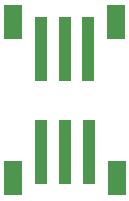
<source format=gtp>
G04 #@! TF.GenerationSoftware,KiCad,Pcbnew,7.0.5-0*
G04 #@! TF.CreationDate,2024-12-03T11:17:58-08:00*
G04 #@! TF.ProjectId,MilkVHat,4d696c6b-5648-4617-942e-6b696361645f,rev?*
G04 #@! TF.SameCoordinates,PX5f5e100PY5f5e100*
G04 #@! TF.FileFunction,Paste,Top*
G04 #@! TF.FilePolarity,Positive*
%FSLAX46Y46*%
G04 Gerber Fmt 4.6, Leading zero omitted, Abs format (unit mm)*
G04 Created by KiCad (PCBNEW 7.0.5-0) date 2024-12-03 11:17:58*
%MOMM*%
%LPD*%
G01*
G04 APERTURE LIST*
%ADD10R,1.000000X5.500000*%
%ADD11R,1.600000X3.000000*%
G04 APERTURE END LIST*
D10*
X19974975Y18387019D03*
X17975000Y18385495D03*
X15974975Y18385495D03*
D11*
X13574924Y16137083D03*
X22375025Y16137083D03*
D10*
X15925025Y27137541D03*
X17925000Y27139065D03*
X19925025Y27139065D03*
D11*
X22325076Y29387477D03*
X13524975Y29387477D03*
M02*

</source>
